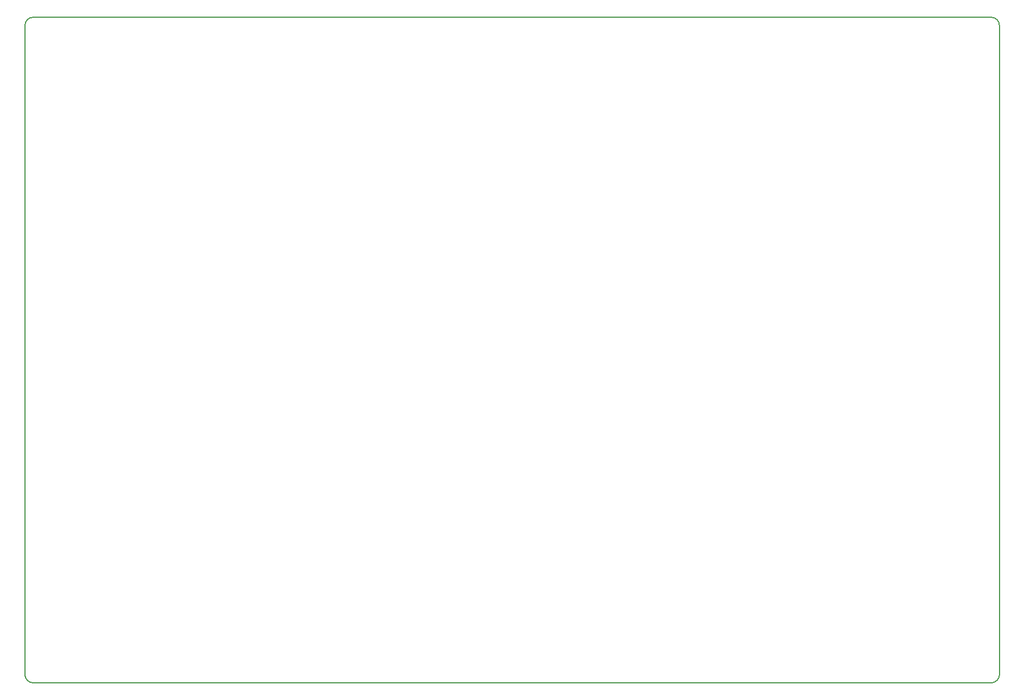
<source format=gbr>
G04 #@! TF.GenerationSoftware,KiCad,Pcbnew,(5.0.0)*
G04 #@! TF.CreationDate,2019-12-11T16:29:05-06:00*
G04 #@! TF.ProjectId,PatchPanel,506174636850616E656C2E6B69636164,rev?*
G04 #@! TF.SameCoordinates,Original*
G04 #@! TF.FileFunction,Profile,NP*
%FSLAX46Y46*%
G04 Gerber Fmt 4.6, Leading zero omitted, Abs format (unit mm)*
G04 Created by KiCad (PCBNEW (5.0.0)) date 12/11/19 16:29:05*
%MOMM*%
%LPD*%
G01*
G04 APERTURE LIST*
%ADD10C,0.150000*%
G04 APERTURE END LIST*
D10*
X41910000Y-46990000D02*
G75*
G02X43180000Y-45720000I1270000J0D01*
G01*
X43180000Y-147320000D02*
G75*
G02X41910000Y-146050000I0J1270000D01*
G01*
X190500000Y-146050000D02*
G75*
G02X189230000Y-147320000I-1270000J0D01*
G01*
X189230000Y-45720000D02*
G75*
G02X190500000Y-46990000I0J-1270000D01*
G01*
X41910000Y-146050000D02*
X41910000Y-46990000D01*
X189230000Y-147320000D02*
X43180000Y-147320000D01*
X190500000Y-46990000D02*
X190500000Y-146050000D01*
X43180000Y-45720000D02*
X189230000Y-45720000D01*
M02*

</source>
